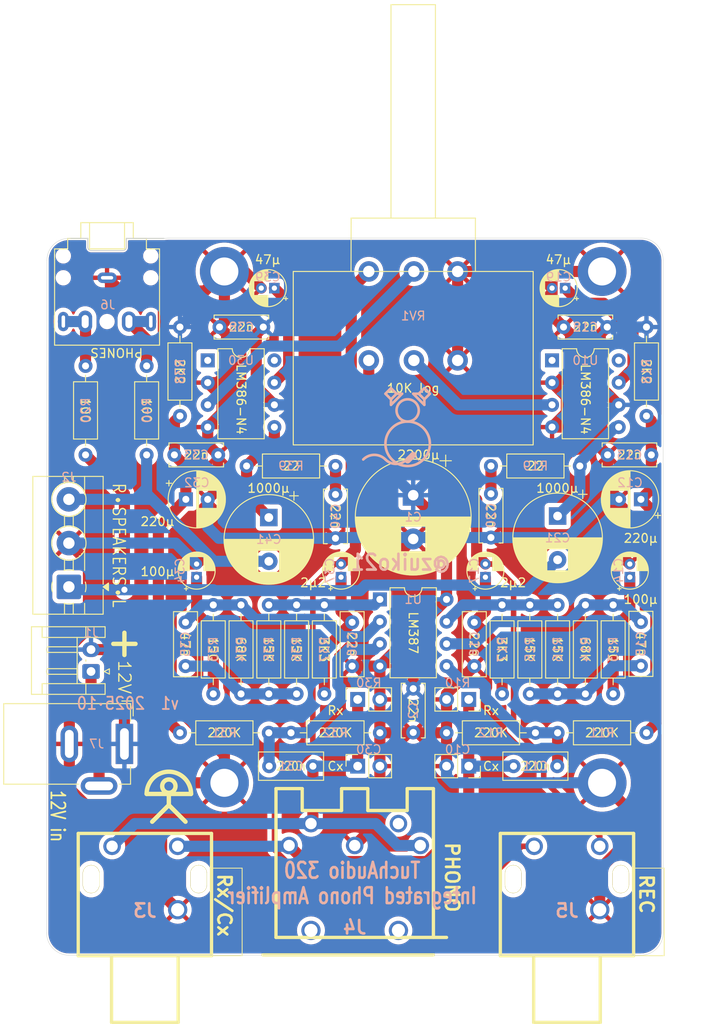
<source format=kicad_pcb>
(kicad_pcb (version 20240108) (generator "pcbnew") (generator_version "8.0")
  (layers (0 "F.Cu" signal) (31 "B.Cu" signal) (34 "B.Paste" user) (35 "F.Paste" user) (36 "B.SilkS" user "B.Silkscreen") (37 "F.SilkS" user "F.Silkscreen") (38 "B.Mask" user) (39 "F.Mask" user) (44 "Edge.Cuts" user))
  (net 0 "")
  (net 1 "GND")
  (net 2 "+12V")
  (net 3 "/IN")
  (net 4 "/NI")
  (net 5 "/PF")
  (net 6 "/DC")
  (net 7 "/FB")
  (net 8 "/II")
  (net 9 "/LP")
  (net 10 "/PRE")
  (net 11 "/BY")
  (net 12 "/ZN")
  (net 13 "/OUT")
  (net 14 "/LS")
  (net 15 "/IN'")
  (net 16 "/NI'")
  (net 17 "/PF'")
  (net 18 "/DC'")
  (net 19 "/II'")
  (net 20 "/FB'")
  (net 21 "/LP'")
  (net 22 "/PRE'")
  (net 23 "/BY'")
  (net 24 "/ZN'")
  (net 25 "/LS'")
  (net 26 "/OUT'")
  (net 28 "/HP'")
  (net 29 "/HP")
  (net 30 "/OA")
  (net 31 "/OA'")
  (net 32 "/VOL'")
  (net 33 "/VOL")
  (net 38 "/SW")
  (footprint "Capacitor_THT:C_Rect_L7.2mm_W3.0mm_P5.00mm_FKS2_FKP2_MKS2_MKP2" (layer "F.Cu") (at 138.39 120.015 180)
    (property "Reference" "C31")
    (property "Value" "220n")
  )
  (footprint "durango:DIN 5-180deg" (layer "F.Cu") (at 152.17 139.58 180)
    (property "Reference" "J4")
    (property "Value" "PHONO")
  )
  (footprint "Capacitor_THT:C_Rect_L7.2mm_W2.5mm_P5.00mm_FKS2_FKP2_MKS2_MKP2" (layer "F.Cu") (at 142.875 108.585 90)
    (property "Reference" "C36")
    (property "Value" "22n")
  )
  (footprint "Connector_PinSocket_2.54mm:PinSocket_1x02_P2.54mm_Vertical" (layer "F.Cu") (at 156.21 112.395 -90)
    (property "Reference" "R10")
    (property "Value" "Rx")
  )
  (footprint "Resistor_THT:R_Axial_DIN0207_L6.3mm_D2.5mm_P10.16mm_Horizontal" (layer "F.Cu") (at 123.19 80.01 90)
    (property "Reference" "R38")
    (property "Value" "2K2")
  )
  (footprint "Resistor_THT:R_Axial_DIN0207_L6.3mm_D2.5mm_P10.16mm_Horizontal" (layer "F.Cu") (at 119.38 84.455 90)
    (property "Reference" "R40")
    (property "Value" "100")
  )
  (footprint "Resistor_THT:R_Axial_DIN0207_L6.3mm_D2.5mm_P10.16mm_Horizontal" (layer "F.Cu") (at 133.35 111.76 90)
    (property "Reference" "R35")
    (property "Value" "15K")
  )
  (footprint "Capacitor_THT:CP_Radial_D6.3mm_P2.50mm" (layer "F.Cu") (at 175.895 89.535 180)
    (property "Reference" "C12")
    (property "Value" "220µ")
  )
  (footprint "Capacitor_THT:C_Disc_D6.0mm_W2.5mm_P5.00mm" (layer "F.Cu") (at 158.75 88.9 -90)
    (property "Reference" "C20")
    (property "Value" "22n")
  )
  (footprint "Capacitor_THT:CP_Radial_D4.0mm_P1.50mm" (layer "F.Cu") (at 167.235 65.405 180)
    (property "Reference" "C19")
    (property "Value" "47µ")
  )
  (footprint "Capacitor_THT:C_Disc_D6.0mm_W2.5mm_P5.00mm" (layer "F.Cu") (at 167.045 69.85)
    (property "Reference" "C18")
    (property "Value" "22n")
  )
  (footprint "Resistor_THT:R_Axial_DIN0207_L6.3mm_D2.5mm_P10.16mm_Horizontal" (layer "F.Cu") (at 166.37 111.76 90)
    (property "Reference" "R16")
    (property "Value" "15K")
  )
  (footprint "Resistor_THT:R_Axial_DIN0207_L6.3mm_D2.5mm_P10.16mm_Horizontal" (layer "F.Cu") (at 169.545 101.6 -90)
    (property "Reference" "R14")
    (property "Value" "68K")
  )
  (footprint "Capacitor_THT:CP_Radial_D10.0mm_P5.00mm" (layer "F.Cu") (at 166.37 91.44 -90)
    (property "Reference" "C21")
    (property "Value" "1000µ")
  )
  (footprint "Capacitor_THT:C_Disc_D6.0mm_W2.5mm_P5.00mm" (layer "F.Cu") (at 172.085 84.455)
    (property "Reference" "C13")
    (property "Value" "22n")
  )
  (footprint "Capacitor_THT:CP_Radial_D13.0mm_P5.00mm" (layer "F.Cu") (at 149.86 89.06 -90)
    (property "Reference" "C1")
    (property "Value" "2200µ")
  )
  (footprint "Resistor_THT:R_Axial_DIN0207_L6.3mm_D2.5mm_P10.16mm_Horizontal" (layer "F.Cu") (at 127 101.6 -90)
    (property "Reference" "R33")
    (property "Value" "150")
  )
  (footprint "Resistor_THT:R_Axial_DIN0207_L6.3mm_D2.5mm_P10.16mm_Horizontal" (layer "F.Cu") (at 163.83 116.205 180)
    (property "Reference" "R12")
    (property "Value" "220K")
  )
  (footprint "Package_DIP:DIP-8_W7.62mm" (layer "F.Cu") (at 146.05 100.965)
    (property "Reference" "U1")
    (property "Value" "LM387")
  )
  (footprint "Capacitor_THT:CP_Radial_D4.0mm_P1.50mm" (layer "F.Cu") (at 174.625 98.425 90)
    (property "Reference" "C14")
    (property "Value" "100µ")
  )
  (footprint "Resistor_THT:R_Axial_DIN0207_L6.3mm_D2.5mm_P10.16mm_Horizontal" (layer "F.Cu") (at 168.91 85.725 180)
    (property "Reference" "R19")
    (property "Value" "22")
  )
  (footprint "durango:2xRCA_vertical" (layer "F.Cu") (at 162.36 141.67)
    (property "Reference" "J5")
    (property "Value" "REC")
  )
  (footprint "Capacitor_THT:CP_Radial_D4.0mm_P1.50mm" (layer "F.Cu") (at 125.095 98.425 90)
    (property "Reference" "C34")
    (property "Value" "100µ")
  )
  (footprint "Capacitor_THT:CP_Radial_D10.0mm_P5.00mm" (layer "F.Cu") (at 133.35 91.612323 -90)
    (property "Reference" "C41")
    (property "Value" "1000µ")
  )
  (footprint "Connector_Audio:Jack_3.5mm_CUI_SJ1-3525N_Horizontal" (layer "F.Cu") (at 114.855 64.222 180)
    (property "Reference" "J6")
    (property "Value" "PHONES")
    (fp_line (start 2.2 4.5) (end 4.15 4.5) (stroke (width 0.12)) (layer "Edge.Cuts"))
    (fp_line (start 2.2 3.5) (end 2.2 4.5) (stroke (width 0.12)) (layer "Edge.Cuts"))
    (fp_line (start 1.8 3.1) (end -1.8 3.1) (stroke (width 0.12)) (layer "Edge.Cuts"))
    (fp_line (start -2.2 4.5) (end -6.5 4.5) (stroke (width 0.12)) (layer "Edge.Cuts"))
    (fp_line (start -2.2 3.5) (end -2.2 4.5) (stroke (width 0.12)) (layer "Edge.Cuts"))
    (fp_arc (start 1.8 3.1) (mid 2.082843 3.217157) (end 2.2 3.5) (stroke (width 0.12)) (layer "Edge.Cuts"))
    (fp_arc (start -2.2 3.5) (mid -2.082842 3.217158) (end -1.8 3.1) (stroke (width 0.12)) (layer "Edge.Cuts"))
  )
  (footprint "Resistor_THT:R_Axial_DIN0207_L6.3mm_D2.5mm_P10.16mm_Horizontal" (layer "F.Cu") (at 176.53 116.205 180)
    (property "Reference" "R11")
    (property "Value" "220K")
  )
  (footprint "Capacitor_THT:CP_Radial_D6.3mm_P2.50mm" (layer "F.Cu") (at 123.865 89.535)
    (property "Reference" "C32")
    (property "Value" "220µ")
  )
  (footprint "Connector_PinSocket_2.54mm:PinSocket_1x02_P2.54mm_Vertical" (layer "F.Cu") (at 156.21 120.015 -90)
    (property "Reference" "C10")
    (property "Value" "Cx")
  )
  (footprint "Resistor_THT:R_Axial_DIN0207_L6.3mm_D2.5mm_P10.16mm_Horizontal" (layer "F.Cu") (at 172.72 101.6 -90)
    (property "Reference" "R13")
    (property "Value" "150")
  )
  (footprint "durango:2xRCA_vertical" (layer "F.Cu") (at 114.1 141.67)
    (property "Reference" "J3")
    (property "Value" "Rx/Cx")
  )
  (footprint "Resistor_THT:R_Axial_DIN0207_L6.3mm_D2.5mm_P10.16mm_Horizontal" (layer "F.Cu") (at 163.195 111.76 90)
    (property "Reference" "R15")
    (property "Value" "15K")
  )
  (footprint "Resistor_THT:R_Axial_DIN0207_L6.3mm_D2.5mm_P10.16mm_Horizontal" (layer "F.Cu") (at 139.7 101.6 -90)
    (property "Reference" "R37")
    (property "Value" "3K3")
  )
  (footprint "TerminalBlock:TerminalBlock_MaiXu_MX126-5.0-03P_1x03_P5.00mm" (layer "F.Cu") (at 110.49 99.535 90)
    (property "Reference" "J2")
    (property "Value" "R•SPEAKERS•L")
  )
  (footprint "Resistor_THT:R_Axial_DIN0207_L6.3mm_D2.5mm_P10.16mm_Horizontal" (layer "F.Cu") (at 130.175 101.6 -90)
    (property "Reference" "R34")
    (property "Value" "68K")
  )
  (footprint "Capacitor_THT:C_Disc_D6.0mm_W2.5mm_P5.00mm" (layer "F.Cu") (at 149.86 116.165 90)
    (property "Reference" "C2")
    (property "Value" "22n")
  )
  (footprint "Resistor_THT:R_Axial_DIN0207_L6.3mm_D2.5mm_P10.16mm_Horizontal" (layer "F.Cu") (at 130.81 85.725)
    (property "Reference" "R39")
    (property "Value" "22")
  )
  (footprint "Capacitor_THT:C_Disc_D6.0mm_W2.5mm_P5.00mm" (layer "F.Cu") (at 127.555 84.455 180)
    (property "Reference" "C33")
    (property "Value" "22n")
  )
  (footprint "MountingHole:MountingHole_3.2mm_M3_DIN965_Pad" (layer "F.Cu") (at 128.27 63.5)
    (property "Reference" "H1" (hide yes))
    (property "Value" "MountingHole_Pad" (hide yes))
  )
  (footprint "Resistor_THT:R_Axial_DIN0207_L6.3mm_D2.5mm_P10.16mm_Horizontal" (layer "F.Cu") (at 112.395 84.455 90)
    (property "Reference" "R20")
    (property "Value" "100")
  )
  (footprint "Resistor_THT:R_Axial_DIN0207_L6.3mm_D2.5mm_P10.16mm_Horizontal" (layer "F.Cu") (at 123.19 116.205)
    (property "Reference" "R31")
    (property "Value" "220K")
  )
  (footprint "Capacitor_THT:C_Disc_D6.0mm_W2.5mm_P5.00mm" (layer "F.Cu") (at 140.97 88.98 -90)
    (property "Reference" "C40")
    (property "Value" "22n")
  )
  (footprint "Resistor_THT:R_Axial_DIN0207_L6.3mm_D2.5mm_P10.16mm_Horizontal" (layer "F.Cu") (at 160.02 101.6 -90)
    (property "Reference" "R17")
    (property "Value" "3K3")
  )
  (footprint "Capacitor_THT:C_Rect_L7.2mm_W2.5mm_P5.00mm_FKS2_FKP2_MKS2_MKP2" (layer "F.Cu") (at 123.825 103.585 -90)
    (property "Reference" "C35")
    (property "Value" "47n")
  )
  (footprint "Capacitor_THT:C_Disc_D6.0mm_W2.5mm_P5.00mm" (layer "F.Cu") (at 127.715 69.85)
    (property "Reference" "C38")
    (property "Value" "22n")
  )
  (footprint "Resistor_THT:R_Axial_DIN0207_L6.3mm_D2.5mm_P10.16mm_Horizontal" (layer "F.Cu") (at 136.525 111.76 90)
    (property "Reference" "R36")
    (property "Value" "15K")
  )
  (footprint "Capacitor_THT:C_Rect_L7.2mm_W2.5mm_P5.00mm_FKS2_FKP2_MKS2_MKP2" (layer "F.Cu") (at 175.895 103.545 -90)
    (property "Reference" "C15")
    (property "Value" "47n")
  )
  (footprint "MountingHole:MountingHole_3.2mm_M3_DIN965_Pad" (layer "F.Cu") (at 171.45 121.92)
    (property "Reference" "H4" (hide yes))
    (property "Value" "MountingHole_Pad" (hide yes))
  )
  (footprint "Package_DIP:DIP-8_W7.62mm" (layer "F.Cu") (at 126.365 73.66)
    (property "Reference" "U30")
    (property "Value" "LM386-N4")
  )
  (footprint "Capacitor_THT:CP_Radial_D4.0mm_P1.50mm" (layer "F.Cu") (at 133.985 65.405 180)
    (property "Reference" "C39")
    (property "Value" "47µ")
  )
  (footprint "Resistor_THT:R_Axial_DIN0207_L6.3mm_D2.5mm_P10.16mm_Horizontal" (layer "F.Cu") (at 135.89 116.205)
    (property "Reference" "R32")
    (property "Value" "220K")
  )
  (footprint "Connector_PinSocket_2.54mm:PinSocket_1x02_P2.54mm_Vertical" (layer "F.Cu") (at 143.51 120.015 90)
    (property "Reference" "C30")
    (property "Value" "Cx")
  )
  (footprint "MountingHole:MountingHole_3.2mm_M3_DIN965_Pad" (layer "F.Cu") (at 128.27 121.92)
    (property "Reference" "H3" (hide yes))
    (property "Value" "MountingHole_Pad" (hide yes))
  )
  (footprint "Package_DIP:DIP-8_W7.62mm" (layer "F.Cu") (at 165.735 73.66)
    (property "Reference" "U10")
    (property "Value" "LM386-N4")
  )
  (footprint "Connector_PinSocket_2.54mm:PinSocket_1x02_P2.54mm_Vertical" (layer "F.Cu") (at 143.51 112.395 90)
    (property "Reference" "R30")
    (property "Value" "Rx")
  )
  (footprint "Capacitor_THT:C_Rect_L7.2mm_W3.0mm_P5.00mm_FKS2_FKP2_MKS2_MKP2" (layer "F.Cu") (at 161.33 120.015)
    (property "Reference" "C11")
    (property "Value" "220n")
  )
  (footprint "Capacitor_THT:C_Rect_L7.2mm_W2.5mm_P5.00mm_FKS2_FKP2_MKS2_MKP2" (layer "F.Cu") (at 156.845 108.585 90)
    (property "Reference" "C16")
    (property "Value" "22n")
  )
  (footprint "Capacitor_THT:CP_Radial_D4.0mm_P1.50mm" (layer "F.Cu") (at 141.605 98.425 90)
    (property "Reference" "C37")
    (property "Value" "2µ2")
  )
  (footprint "Connector_JST:JST_EH_S2B-EH_1x02_P2.50mm_Horizontal" (layer "F.Cu") (at 113.0225 109.2 90)
    (property "Reference" "J1")
    (property "Value" "12V")
  )
  (footprint "MountingHole:MountingHole_3.2mm_M3_DIN965_Pad" (layer "F.Cu") (at 171.45 63.5)
    (property "Reference" "H2" (hide yes))
    (property "Value" "MountingHole_Pad" (hide yes))
  )
  (footprint "Connector_BarrelJack:BarrelJack_GCT_DCJ200-10-A_Horizontal" (layer "F.Cu") (at 116.84 117.475 -90)
    (property "Reference" "J7")
    (property "Value" "12V in")
  )
  (footprint "Capacitor_THT:CP_Radial_D4.0mm_P1.50mm" (layer "F.Cu") (at 158.115 98.425 90)
    (property "Reference" "C17")
    (property "Value" "2µ2")
  )
  (footprint "Resistor_THT:R_Axial_DIN0207_L6.3mm_D2.5mm_P10.16mm_Horizontal" (layer "F.Cu") (at 176.53 80.01 90)
    (property "Reference" "R18")
    (property "Value" "2K2")
  )
  (footprint "durango:Potentiometer_Alps_225G_Dual_Horizontal" (layer "F.Cu") (at 154.94 68.58 90)
    (property "Reference" "RV1")
    (property "Value" "10K log")
  )
  (gr_arc (start 144.145 84.981051) (mid 145.415 84.455) (end 146.685 84.981051) (stroke (width 0.3)) (layer "B.SilkS"))
  (gr_line (start 151.13 78.105) (end 151.765 77.47) (stroke (width 0.3)) (layer "B.SilkS"))
  (gr_line (start 147.955 77.47) (end 147.32 78.105) (stroke (width 0.3)) (layer "B.SilkS"))
  (gr_line (start 146.685 77.47) (end 147.32 76.835) (stroke (width 0.3)) (layer "B.SilkS"))
  (gr_line (start 148.59 77.47) (end 147.955 77.47) (stroke (width 0.3)) (layer "B.SilkS"))
  (gr_line (start 149.86 84.455) (end 150.495 85.09) (stroke (width 0.1)) (layer "B.SilkS"))
  (gr_line (start 150.495 78.105) (end 151.13 78.74) (stroke (width 0.3)) (layer "B.SilkS"))
  (gr_line (start 151.13 76.835) (end 150.495 77.47) (stroke (width 0.3)) (layer "B.SilkS"))
  (gr_line (start 151.765 77.47) (end 151.13 76.835) (stroke (width 0.3)) (layer "B.SilkS"))
  (gr_line (start 149.86 77.47) (end 150.495 78.105) (stroke (width 0.3)) (layer "B.SilkS"))
  (gr_circle (center 149.225 83.185) (end 151.765 83.185) (stroke (width 0.3)) (fill none) (layer "B.SilkS"))
  (gr_line (start 147.32 78.105) (end 146.685 77.47) (stroke (width 0.3)) (layer "B.SilkS"))
  (gr_line (start 150.495 77.47) (end 149.86 77.47) (stroke (width 0.3)) (layer "B.SilkS"))
  (gr_arc (start 149.171746 84.925356) (mid 147.940261 85.484643) (end 146.685 84.981051) (stroke (width 0.3)) (layer "B.SilkS"))
  (gr_line (start 150.495 77.47) (end 151.13 78.105) (stroke (width 0.3)) (layer "B.SilkS"))
  (gr_line (start 149.225 85.09) (end 149.86 84.455) (stroke (width 0.7) (type dash_dot_dot)) (layer "B.SilkS"))
  (gr_line (start 151.13 78.74) (end 151.13 78.105) (stroke (width 0.3)) (layer "B.SilkS"))
  (gr_line (start 147.32 76.835) (end 147.955 77.47) (stroke (width 0.3)) (layer "B.SilkS"))
  (gr_line (start 147.32 78.74) (end 148.59 77.47) (stroke (width 0.3)) (layer "B.SilkS"))
  (gr_circle (center 149.225 79.375) (end 150.495 79.375) (stroke (width 0.3)) (fill none) (layer "B.SilkS"))
  (gr_line (start 147.32 78.105) (end 147.32 78.74) (stroke (width 0.3)) (layer "B.SilkS"))
  (gr_arc (start 119.38 123.19) (mid 121.92 120.65) (end 124.46 123.19) (stroke (width 0.5)) (layer "F.SilkS"))
  (gr_line (start 121.92 124.46) (end 120.015 126.365) (stroke (width 0.5)) (layer "F.SilkS"))
  (gr_line (start 121.92 123.19) (end 121.92 124.46) (stroke (width 0.5)) (layer "F.SilkS"))
  (gr_line (start 116.84 104.775) (end 116.84 107.315) (stroke (width 0.5)) (layer "F.SilkS"))
  (gr_line (start 115.57 106.045) (end 118.11 106.045) (stroke (width 0.5)) (layer "F.SilkS"))
  (gr_circle (center 121.92 122.301) (end 122.682 122.301) (stroke (width 0.5)) (fill none) (layer "F.SilkS"))
  (gr_line (start 119.38 123.19) (end 124.46 123.19) (stroke (width 0.5)) (layer "F.SilkS"))
  (gr_line (start 121.92 124.46) (end 123.825 126.365) (stroke (width 0.5)) (layer "F.SilkS"))
  (gr_arc (start 175.895 59.69) (mid 177.691051 60.433949) (end 178.435 62.23) (stroke (width 0.05)) (layer "Edge.Cuts"))
  (gr_line (start 107.981956 62.23) (end 107.95 139.065) (stroke (width 0.05)) (layer "Edge.Cuts"))
  (gr_line (start 110.49 141.605) (end 175.895 141.605) (stroke (width 0.05)) (layer "Edge.Cuts"))
  (gr_line (start 175.895 59.69) (end 121.92 59.69) (stroke (width 0.05)) (layer "Edge.Cuts"))
  (gr_line (start 110.505 59.722001) (end 110.705 59.722) (stroke (width 0.05)) (layer "Edge.Cuts"))
  (gr_line (start 178.435 139.065) (end 178.435 62.23) (stroke (width 0.05)) (layer "Edge.Cuts"))
  (gr_arc (start 107.981956 62.23) (mid 108.721856 60.45125) (end 110.505 59.722001) (stroke (width 0.05)) (layer "Edge.Cuts"))
  (gr_arc (start 110.49 141.605) (mid 108.693949 140.861051) (end 107.95 139.065) (stroke (width 0.05)) (layer "Edge.Cuts"))
  (gr_arc (start 178.435 139.065) (mid 177.691051 140.861051) (end 175.895 141.605) (stroke (width 0.05)) (layer "Edge.Cuts"))
  (gr_line (start 121.92 59.69) (end 121.355 59.722) (stroke (width 0.05)) (layer "Edge.Cuts"))
  (gr_text "@zuiko21" (at 154.305 97.79 0) (layer "B.SilkS") (effects (font (size 1.8 1.6) (thickness 0.3) (bold yes)) (justify left bottom mirror)))
  (gr_text "TuchAudio 320\nIntegrated Phono Amplifier" (at 142.875 135.89 0) (layer "B.SilkS") (effects (font (size 1.8 1.4) (thickness 0.3) (bold yes)) (justify bottom mirror)))
  (gr_text "v1  2025·10" (at 123.19 113.665 0) (layer "B.SilkS") (effects (font (size 1.4 1.2) (thickness 0.2) (bold yes)) (justify left bottom mirror)))
  (segment (start 163.83 63.5) (end 165.735 65.405) (width 1.27) (layer "F.Cu") (net 1))
  (segment (start 109.7175 110.9875) (end 110.49 111.76) (width 1.27) (layer "F.Cu") (net 1))
  (segment (start 110.54 122.570082) (end 110.54 117.475) (width 1.27) (layer "F.Cu") (net 1))
  (segment (start 122.19 112.665) (end 128.27 118.745) (width 1.27) (layer "F.Cu") (net 1))
  (segment (start 126.365 83.265) (end 127.555 84.455) (width 1.27) (layer "F.Cu") (net 1))
  (segment (start 112.725 104.271106) (end 109.7175 107.278606) (width 1.27) (layer "F.Cu") (net 1))
  (segment (start 113.105121 125.135203) (end 110.54 122.570082) (width 1.27) (layer "F.Cu") (net 1))
  (segment (start 171.45 121.92) (end 174.249999 124.719999) (width 1.27) (layer "F.Cu") (net 1))
  (segment (start 128.514999 75.181371) (end 127.49637 76.2) (width 1.27) (layer "F.Cu") (net 1))
  (segment (start 128.27 118.745) (end 128.27 121.92) (width 1.27) (layer "F.Cu") (net 1))
  (segment (start 172.085 88.225) (end 173.395 89.535) (width 1.27) (layer "F.Cu") (net 1))
  (segment (start 173.395 89.535) (end 173.395 95.695) (width 1.27) (layer "F.Cu") (net 1))
  (segment (start 153.67 112.395) (end 153.67 120.015) (width 1.27) (layer "F.Cu") (net 1))
  (segment (start 146.05 120.015) (end 146.05 126.2) (width 1.27) (layer "F.Cu") (net 1))
  (segment (start 126.365 76.2) (end 128 77.835) (width 1.27) (layer "F.Cu") (net 1))
  (segment (start 165.735 81.28) (end 168.91 81.28) (width 1.27) (layer "F.Cu") (net 1))
  (segment (start 110.54 113.08) (end 110.54 117.475) (width 1.27) (layer "F.Cu") (net 1))
  (segment (start 130.58 63.5) (end 132.485 65.405) (width 1.27) (layer "F.Cu") (net 1))
  (segment (start 167.844999 74.725001) (end 166.37 76.2) (width 1.27) (layer "F.Cu") (net 1))
  (segment (start 167.37 77.835) (end 167.37 79.645) (width 1.27) (layer "F.Cu") (net 1))
  (segment (start 121.095 134.585) (end 122.93 136.42) (width 1.27) (layer "F.Cu") (net 1))
  (segment (start 121.29 65.742) (end 121.285 65.737) (width 1.27) (layer "F.Cu") (net 1))
  (segment (start 126.033 65.737) (end 121.285 65.737) (width 1.27) (layer "F.Cu") (net 1))
  (segment (start 165.735 64.035) (end 166.27 63.5) (width 1.27) (layer "F.Cu") (net 1))
  (segment (start 148.39 95.53) (end 149.86 94.06) (width 1.27) (layer "F.Cu") (net 1))
  (segment (start 126.365 89.535) (end 126.365 95.655) (width 1.27) (layer "F.Cu") (net 1))
  (segment (start 121.095 125.135203) (end 121.095 134.585) (width 1.27) (layer "F.Cu") (net 1))
  (segment (start 166.27 63.5) (end 171.45 63.5) (width 1.27) (layer "F.Cu") (net 1))
  (segment (start 146.05 108.585) (end 148.39 106.245) (width 1.27) (layer "F.Cu") (net 1))
  (segment (start 126.365 95.655) (end 125.095 96.925) (width 1.27) (layer "F.Cu") (net 1))
  (segment (start 167.045 69.85) (end 167.844999 70.649999) (width 1.27) (layer "F.Cu") (net 1))
  (segment (start 128 79.645) (end 126.365 81.28) (width 1.27) (layer "F.Cu") (net 1))
  (segment (start 124.310203 121.92) (end 121.095 125.135203) (width 1.27) (layer "F.Cu") (net 1))
  (segment (start 156.845 108.585) (end 153.67 111.76) (width 1.27) (layer "F.Cu") (net 1))
  (segment (start 146.05 108.585) (end 142.875 108.585) (width 1.27) (layer "F.Cu") (net 1))
  (segment (start 128.27 121.92) (end 124.310203 121.92) (width 1.27) (layer "F.Cu") (net 1))
  (segment (start 116.37 65.737) (end 114.855 64.222) (width 1.27) (layer "F.Cu") (net 1))
  (segment (start 110.49 111.76) (end 110.49 113.03) (width 1.27) (layer "F.Cu") (net 1))
  (segment (start 171.19 131.765082) (end 171.19 136.42) (width 1.27) (layer "F.Cu") (net 1))
  (segment (start 127.715 69.85) (end 128.514999 70.649999) (width 1.27) (layer "F.Cu") (net 1))
  (segment (start 172.085 84.455) (end 172.085 88.225) (width 1.27) (layer "F.Cu") (net 1))
  (segment (start 128.27 63.5) (end 126.033 65.737) (width 1.27) (layer "F.Cu") (net 1))
  (segment (start 110.49 94.535) (end 112.725 96.77) (width 1.27) (layer "F.Cu") (net 1))
  (segment (start 125.095 96.925) (end 123.725 96.925) (width 1.27) (layer "F.Cu") (net 1))
  (segment (start 146.05 116.205) (end 153.67 116.205) (width 1.27) (layer "F.Cu") (net 1))
  (segment (start 154.94 73.66) (end 154.94 63.5) (width 1.27) (layer "F.Cu") (net 1))
  (segment (start 165.735 65.405) (end 165.735 68.54) (width 1.27) (layer "F.Cu") (net 1))
  (segment (start 166.37 76.2) (end 165.735 76.2) (width 1.27) (layer "F.Cu") (net 1))
  (segment (start 174.249999 124.719999) (end 174.249999 128.705083) (width 1.27) (layer "F.Cu") (net 1))
  (segment (start 168.91 81.28) (end 172.085 84.455) (width 1.27) (layer "F.Cu") (net 1))
  (segment (start 128 77.835) (end 128 79.645) (width 1.27) (layer "F.Cu") (net 1))
  (segment (start 128.27 69.295) (end 127.715 69.85) (width 1.27) (layer "F.Cu") (net 1))
  (segment (start 146.05 126.2) (end 143.17 129.08) (width 1.27) (layer "F.Cu") (net 1))
  (segment (start 121.29 70.316396) (end 121.29 65.742) (width 1.27) (layer "F.Cu") (net 1))
  (segment (start 173.395 95.695) (end 174.625 96.925) (width 1.27) (layer "F.Cu") (net 1))
  (segment (start 165.735 76.2) (end 167.37 77.835) (width 1.27) (layer "F.Cu") (net 1))
  (segment (start 167.37 79.645) (end 165.735 81.28) (width 1.27) (layer "F.Cu") (net 1))
  (segment (start 122.19 98.46) (end 122.19 112.665) (width 1.27) (layer "F.Cu") (net 1))
  (segment (start 112.725 96.77) (end 112.725 104.271106) (width 1.27) (layer "F.Cu") (net 1))
  (segment (start 174.249999 128.705083) (end 171.19 131.765082) (width 1.27) (layer "F.Cu") (net 1))
  (segment (start 146.05 120.015) (end 146.05 108.585) (width 1.27) (layer "F.Cu") (net 1))
  (segment (start 127.555 84.455) (end 127.555 88.345) (width 1.27) (layer "F.Cu") (net 1))
  (segment (start 165.735 65.405) (end 165.735 64.035) (width 1.27) (layer "F.Cu") (net 1))
  (segment (start 165.735 68.54) (end 167.045 69.85) (width 1.27) (layer "F.Cu") (net 1))
  (segment (start 128.27 63.5) (end 128.27 69.295) (width 1.27) (layer "F.Cu") (net 1))
  (segment (start 123.725 96.925) (end 122.19 98.46) (width 1.27) (layer "F.Cu") (net 1))
  (segment (start 167.844999 70.649999) (end 167.844999 74.725001) (width 1.27) (layer "F.Cu") (net 1))
  (segment (start 128.27 63.5) (end 130.58 63.5) (width 1.27) (layer "F.Cu") (net 1))
  (segment (start 109.7175 107.278606) (end 109.7175 110.9875) (width 1.27) (layer "F.Cu") (net 1))
  (segment (start 148.39 106.245) (end 148.39 95.53) (width 1.27) (layer "F.Cu") (net 1))
  (segment (start 127.555 88.345) (end 126.365 89.535) (width 1.27) (layer "F.Cu") (net 1))
  (segment (start 121.095 125.135203) (end 113.105121 125.135203) (width 1.27) (layer "F.Cu") (net 1))
  (segment (start 127.49637 76.2) (end 126.365 76.2) (width 1.27) (layer "F.Cu") (net 1))
  (segment (start 154.94 63.5) (end 163.83 63.5) (width 1.27) (layer "F.Cu") (net 1))
  (segment (start 153.67 111.76) (end 153.67 112.395) (width 1.27) (layer "F.Cu") (net 1))
  (segment (start 128.514999 70.649999) (end 128.514999 75.181371) (width 1.27) (layer "F.Cu") (net 1))
  (segment (start 121.285 65.737) (end 116.37 65.737) (width 1.27) (layer "F.Cu") (net 1))
  (segment (start 110.49 113.03) (end 110.54 113.08) (width 1.27) (layer "F.Cu") (net 1))
  (segment (start 126.365 81.28) (end 126.365 83.265) (width 1.27) (layer "F.Cu") (net 1))
  (segment (start 127.635 93.98) (end 140.97 93.98) (width 1.27) (layer "B.Cu") (net 1))
  (segment (start 126.365 92.71) (end 127.635 93.98) (width 1.27) (layer "B.Cu") (net 1))
  (segment (start 141.05 93.9) (end 140.97 93.98) (width 1.27) (layer "B.Cu") (net 1))
  (segment (start 153.67 121.217081) (end 154.372919 121.92) (width 1.27) (layer "B.Cu") (net 1))
  (segment (start 122.705 94.535) (end 125.095 96.925) (width 1.27) (layer "B.Cu") (net 1))
  (segment (start 126.365 89.535) (end 126.365 92.71) (width 1.27) (layer "B.Cu") (net 1))
  (segment (start 110.49 94.535) (end 122.705 94.535) (width 1.27) (layer "B.Cu") (net 1))
  (segment (start 158.75 93.9) (end 141.05 93.9) (width 1.27) (layer "B.Cu") (net 1))
  (segment (start 171.945 89.535) (end 173.395 89.535) (width 1.27) (layer "B.Cu") (net 1))
  (segment (start 153.67 120.015) (end 153.67 121.217081) (width 1.27) (layer "B.Cu") (net 1))
  (segment (start 154.372919 121.92) (end 171.45 121.92) (width 1.27) (layer "B.Cu") (net 1))
  (segment (start 167.58 93.9) (end 171.945 89.535) (width 1.27) (layer "B.Cu") (net 1))
  (segment (start 158.75 93.9) (end 167.58 93.9) (width 1.27) (layer "B.Cu") (net 1))
  (segment (start 115.2925 106.7) (end 116.84 108.2475) (width 1.27) (layer "F.Cu") (net 2))
  (segment (start 131.915001 76.670001) (end 133.985 78.74) (width 1.27) (layer "F.Cu") (net 2))
  (segment (start 172.045 69.85) (end 171.245001 70.649999) (width 1.27) (layer "F.Cu") (net 2))
  (segment (start 153.67 92.87) (end 149.86 89.06) (width 1.27) (layer "F.Cu") (net 2))
  (segment (start 131.915001 70.649999) (end 131.915001 76.670001) (width 1.27) (layer "F.Cu") (net 2))
  (segment (start 149.86 111.165) (end 149.86 104.775) (width 1.27) (layer "F.Cu") (net 2))
  (segment (start 153.67 100.965) (end 153.67 92.87) (width 1.27) (layer "F.Cu") (net 2))
  (segment (start 132.715 69.85) (end 131.915001 70.649999) (width 1.27) (layer "F.Cu") (net 2))
  (segment (start 149.86 104.775) (end 153.67 100.965) (width 1.27) (layer "F.Cu") (net 2))
  (segment (start 171.245001 76.630001) (end 173.355 78.74) (width 1.27) (layer "F.Cu") (net 2))
  (segment (start 116.84 108.2475) (end 116.84 117.475) (width 1.27) (layer "F.Cu") (net 2))
  (segment (start 171.245001 70.649999) (end 171.245001 76.630001) (width 1.27) (layer "F.Cu") (net 2))
  (segment (start 113.0225 106.7) (end 115.2925 106.7) (width 1.27) (layer "F.Cu") (net 2))
  (segment (start 172.045 69.85) (end 176.53 69.85) (width 1.27) (layer "B.Cu") (net 2))
  (segment (start 149.86 89.06) (end 139.54 78.74) (width 1.27) (layer "B.Cu") (net 2))
  (segment (start 132.715 69.85) (end 131.08 68.215) (width 1.27) (layer "B.Cu") (net 2))
  (segment (start 139.54 78.74) (end 133.985 78.74) (width 1.27) (layer "B.Cu") (net 2))
  (segment (start 168.005 84.09) (end 154.83 84.09) (width 1.27) (layer "B.Cu") (net 2))
  (segment (start 124.825 68.215) (end 123.19 69.85) (width 1.27) (layer "B.Cu") (net 2))
  (segment (start 154.83 84.09) (end 149.86 89.06) (width 1.27) (layer "B.Cu") (net 2))
  (segment (start 173.355 78.74) (end 168.005 84.09) (width 1.27) (layer "B.Cu") (net 2))
  (segment (start 131.08 68.215) (end 124.825 68.215) (width 1.27) (layer "B.Cu") (net 2))
  (segment (start 151.430082 130.915) (end 137.505 130.915) (width 1.27) (layer "F.Cu") (net 3))
  (segment (start 156.21 126.135082) (end 151.430082 130.915) (width 1.27) (layer "F.Cu") (net 3))
  (segment (start 137.505 130.915) (end 135.67 129.08) (width 1.27) (layer "F.Cu") (net 3))
  (segment (start 156.21 120.015) (end 156.21 126.135082) (width 1.27) (layer "F.Cu") (net 3))
  (segment (start 156.21 120.015) (end 156.21 112.395) (width 1.27) (layer "F.Cu") (net 3))
  (segment (start 156.21 120.015) (end 161.33 120.015) (width 1.27) (layer "B.Cu") (net 3))
  (segment (start 135.58 129.17) (end 135.67 129.08) (width 1.27) (layer "B.Cu") (net 3))
  (segment (start 122.93 129.17) (end 135.58 129.17) (width 1.27) (layer "B.Cu") (net 3))
  (segment (start 166.37 116.205) (end 166.37 119.975) (width 1.27) (layer "F.Cu") (net 4))
  (segment (start 166.37 119.975) (end 166.33 120.015) (width 1.27) (layer "F.Cu") (net 4))
  (segment (start 163.83 116.205) (end 166.37 116.205) (width 1.27) (layer "B.Cu") (net 4))
  (segment (start 158.115 112.16724) (end 158.115 110.93) (width 1.27) (layer "B.Cu") (net 4))
  (segment (start 155.575 110.49) (end 153.67 108.585) (width 1.27) (layer "B.Cu") (net 4))
  (segment (start 158.115 110.93) (end 157.675 110.49) (width 1.27) (layer "B.Cu") (net 4))
  (segment (start 162.15276 116.205) (end 158.115 112.16724) (width 1.27) (layer "B.Cu") (net 4))
  (segment (start 163.83 116.205) (end 162.15276 116.205) (width 1.27) (layer "B.Cu") (net 4))
  (segment (start 157.675 110.49) (end 155.575 110.49) (width 1.27) (layer "B.Cu") (net 4))
  (segment (start 177.085 80.565) (end 176.53 80.01) (width 1.27) (layer "F.Cu") (net 5))
  (segment (start 176.53 116.205) (end 177.6 115.135) (width 1.27) (layer "F.Cu") (net 5))
  (segment (start 177.6 115.135) (end 177.6 91.24) (width 1.27) (layer "F.Cu") (net 5))
  (segment (start 177.085 84.455) (end 177.085 80.565) (width 1.27) (layer "F.Cu") (net 5))
  (segment (start 177.6 91.24) (end 175.895 89.535) (width 1.27) (layer "F.Cu") (net 5))
  (segment (start 177.085 88.345) (end 175.895 89.535) (width 1.27) (layer "F.Cu") (net 5))
  (segment (start 177.085 84.455) (end 177.085 88.345) (width 1.27) (layer "F.Cu") (net 5))
  (segment (start 172.72 104.40776) (end 172.72 111.76) (width 1.27) (layer "F.Cu") (net 6))
  (segment (start 174.625 102.50276) (end 172.72 104.40776) (width 1.27) (layer "F.Cu") (net 6))
  (segment (start 174.625 98.425) (end 174.625 102.50276) (width 1.27) (layer "F.Cu") (net 6))
  (segment (start 175.895 108.545) (end 172.76 108.545) (width 1.27) (layer "B.Cu") (net 7))
  (segment (start 172.76 108.545) (end 169.545 111.76) (width 1.27) (layer "B.Cu") (net 7))
  (segment (start 169.545 111.76) (end 163.195 111.76) (width 1.27) (layer "B.Cu") (net 7))
  (segment (start 169.545 101.6) (end 167.64 103.505) (width 1.27) (layer "B.Cu") (net 8))
  (segment (start 159.385 103.505) (end 156.845 106.045) (width 1.27) (layer "B.Cu") (net 8))
  (segment (start 172.72 101.6) (end 173.95 101.6) (width 1.27) (layer "B.Cu") (net 8))
  (segment (start 167.64 103.505) (end 159.385 103.505) (width 1.27) (layer "B.Cu") (net 8))
  (segment (start 156.845 106.045) (end 153.67 106.045) (width 1.27) (layer "B.Cu") (net 8))
  (segment (start 172.72 101.6) (end 169.545 101.6) (width 1.27) (layer "B.Cu") (net 8))
  (segment (start 173.95 101.6) (end 175.895 103.545) (width 1.27) (layer "B.Cu") (net 8))
  (segment (start 158.115 98.425) (end 158.115 102.315) (width 1.27) (layer "F.Cu") (net 9))
  (segment (start 156.845 103.585) (end 160.02 106.76) (width 1.27) (layer "F.Cu") (net 9))
  (segment (start 158.115 102.315) (end 156.845 103.585) (width 1.27) (layer "F.Cu") (net 9))
  (segment (start 160.02 106.76) (end 160.02 111.76) (width 1.27) (layer "F.Cu") (net 9))
  (segment (start 158.115 96.925) (end 157.115 95.925) (width 1.27) (layer "F.Cu") (net 10))
  (segment (start 154.75 87.25) (end 154.75 87.21224) (width 1.27) (layer "F.Cu") (net 10))
  (segment (start 158.115 96.925) (end 158.963528 96.925) (width 0.635) (layer "F.Cu") (net 10))
  (segment (start 154.75 87.21224) (end 153.09276 85.555) (width 1.27) (layer "F.Cu") (net 10))
  (segment (start 144.78 83.82) (end 144.78 73.66) (width 1.27) (layer "F.Cu") (net 10))
  (segment (start 153.09276 85.555) (end 146.515 85.555) (width 1.27) (layer "F.Cu") (net 10))
  (segment (start 164.781613 119.061613) (end 164.781613 121.603387) (width 0.635) (layer "F.Cu") (net 10))
  (segment (start 171.19 128.011773) (end 171.19 129.17) (width 0.635) (layer "F.Cu") (net 10))
  (segment (start 146.515 85.555) (end 144.78 83.82) (width 1.27) (layer "F.Cu") (net 10))
  (segment (start 164.781613 121.603387) (end 171.19 128.011773) (width 0.635) (layer "F.Cu") (net 10))
  (segment (start 161.3375 99.298972) (end 161.3375 115.6175) (width 0.635) (layer "F.Cu") (net 10))
  (segment (start 158.963528 96.925) (end 161.3375 99.298972) (width 0.635) (layer "F.Cu") (net 10))
  (segment (start 157.115 95.925) (end 157.115 89.57724) (width 1.27) (layer "F.Cu") (net 10))
  (segment (start 157.115 89.57724) (end 153.09276 85.555) (width 1.27) (layer "F.Cu") (net 10))
  (segment (start 161.3375 115.6175) (end 164.781613 119.061613) (width 0.635) (layer "F.Cu") (net 10))
  (segment (start 173.355 76.2) (end 174.99 74.565) (width 1.27) (layer "F.Cu") (net 11))
  (segment (start 174.99 70.48276) (end 171.64224 67.135) (width 1.27) (layer "F.Cu") (net 11))
  (segment (start 174.99 74.565) (end 174.99 70.48276) (width 1.27) (layer "F.Cu") (net 11))
  (segment (start 168.965 67.135) (end 167.235 65.405) (width 1.27) (layer "F.Cu") (net 11))
  (segment (start 171.64224 67.135) (end 168.965 67.135) (width 1.27) (layer "F.Cu") (net 11))
  (segment (start 158.75 88.9) (end 158.75 85.725) (width 1.27) (layer "F.Cu") (net 12))
  (segment (start 168.91 85.725) (end 168.91 88.9) (width 1.27) (layer "B.Cu") (net 13))
  (segment (start 172.94776 81.28) (end 168.91 85.31776) (width 1.27) (layer "B.Cu") (net 13))
  (segment (start 168.91 85.31776) (end 168.91 85.725) (width 1.27) (layer "B.Cu") (net 13))
  (segment (start 173.355 81.28) (end 172.94776 81.28) (width 1.27) (layer "B.Cu") (net 13))
  (segment (start 168.91 88.9) (end 166.37 91.44) (width 1.27) (layer "B.Cu") (net 13))
  (segment (start 112.395 84.455) (end 116.84 88.9) (width 1.27) (layer "F.Cu") (net 14))
  (segment (start 116.84 88.9) (end 116.84 99.86) (width 1.27) (layer "F.Cu") (net 14))
  (via (at 116.84 99.86) (size 1) (drill 0.7) (layers "F.Cu" "B.Cu") (net 14))
  (segment (start 157.115 99.965) (end 156.48 99.33) (width 1.27) (layer "B.Cu") (net 14))
  (segment (start 156.48 99.33) (end 144.415 99.33) (width 1.27) (layer "B.Cu") (net 14))
  (segment (start 110.815 99.86) (end 116.84 99.86) (width 1.27) (layer "B.Cu") (net 14))
  (segment (start 127 99.86) (end 116.84 99.86) (width 1.27) (layer "B.Cu") (net 14))
  (segment (start 110.49 99.535) (end 110.815 99.86) (width 1.27) (layer "B.Cu") (net 14))
  (segment (start 144.415 99.33) (end 143.78 99.965) (width 1.27) (layer "B.Cu") (net 14))
  (segment (start 166.37 96.44) (end 162.845 99.965) (width 1.27) (layer "B.Cu") (net 14))
  (segment (start 143.78 99.965) (end 127.105 99.965) (width 1.27) (layer "B.Cu") (net 14))
  (segment (start 127.105 99.965) (end 127 99.86) (width 1.27) (layer "B.Cu") (net 14))
  (segment (start 162.845 99.965) (end 157.115 99.965) (width 1.27) (layer "B.Cu") (net 14))
  (segment (start 138.39 126.36) (end 138.17 126.58) (width 1.27) (layer "F.Cu") (net 15))
  (segment (start 138.39 120.015) (end 138.39 126.36) (width 1.27) (layer "F.Cu") (net 15))
  (segment (start 143.51 120.015) (end 143.51 112.395) (width 1.27) (layer "F.Cu") (net 15))
  (segment (start 118.02 126.58) (end 138.17 126.58) (width 1.27) (layer "B.Cu") (net 15))
  (segment (start 138.17 126.58) (end 145.574918 126.58) (width 1.27) (layer "B.Cu") (net 15))
  (segment (start 148.074918 129.08) (end 150.67 129.08) (width 1.27) (layer "B.Cu") (net 15))
  (segment (start 145.574918 126.58) (end 148.074918 129.08) (width 1.27) (layer "B.Cu") (net 15))
  (segment (start 115.43 129.17) (end 118.02 126.58) (width 1.27) (layer "B.Cu") (net 15))
  (segment (start 138.39 120.015) (end 143.51 120.015) (width 1.27) (layer "B.Cu") (net 15))
  (segment (start 133.39 120.015) (end 133.39 116.245) (width 1.27) (layer "B.Cu") (net 16))
  (segment (start 141.605 111.125) (end 141.605 112.395) (width 1.27) (layer "B.Cu") (net 16))
  (segment (start 141.605 112.395) (end 137.795 116.205) (width 1.27) (layer "B.Cu") (net 16))
  (segment (start 141.24 107.90776) (end 141.24 110.76) (width 1.27) (layer "B.Cu") (net 16))
  (segment (start 142.45776 106.69) (end 141.24 107.90776) (width 1.27) (layer "B.Cu") (net 16))
  (segment (start 133.39 116.245) (end 133.35 116.205) (width 1.27) (layer "B.Cu") (net 16))
  (segment (start 145.405 106.69) (end 142.45776 106.69) (width 1.27) (layer "B.Cu") (net 16))
  (segment (start 133.35 116.205) (end 135.89 116.205) (width 1.27) (layer "B.Cu") (net 16))
  (segment (start 146.05 106.045) (end 145.405 106.69) (width 1.27) (layer "B.Cu") (net 16))
  (segment (start 141.24 110.76) (end 141.605 111.125) (width 1.27) (layer "B.Cu") (net 16))
  (segment (start 137.795 116.205) (end 135.89 116.205) (width 1.27) (layer "B.Cu") (net 16))
  (segment (start 123.865 85.765) (end 122.555 84.455) (width 1.27) (layer "F.Cu") (net 17))
  (segment (start 123.865 89.535) (end 120.72 92.68) (width 1.27) (layer "F.Cu") (net 17))
  (segment (start 120.72 113.735) (end 123.19 116.205) (width 1.27) (layer "F.Cu") (net 17))
  (segment (start 122.555 84.455) (end 122.555 80.645) (width 1.27) (layer "F.Cu") (net 17))
  (segment (start 123.865 89.535) (end 123.865 85.765) (width 1.27) (layer "F.Cu") (net 17))
  (segment (start 122.555 80.645) (end 123.19 80.01) (width 1.27) (layer "F.Cu") (net 17))
  (segment (start 120.72 92.68) (end 120.72 113.735) (width 1.27) (layer "F.Cu") (net 17))
  (segment (start 125.095 98.425) (end 125.095 102.54276) (width 1.27) (layer "F.Cu") (net 18))
  (segment (start 125.095 102.54276) (end 127 104.44776) (width 1.27) (layer "F.Cu") (net 18))
  (segment (start 127 104.44776) (end 127 111.76) (width 1.27) (layer "F.Cu") (net 18))
  (segment (start 130.175 101.6) (end 125.81 101.6) (width 1.27) (layer "B.Cu") (net 19))
  (segment (start 125.81 101.6) (end 123.825 103.585) (width 1.27) (layer "B.Cu") (net 19))
  (segment (start 139.7 103.235) (end 141.685 105.22) (width 1.27) (layer "B.Cu") (net 19))
  (segment (start 131.81 103.235) (end 139.7 103.235) (width 1.27) (layer "B.Cu") (net 19))
  (segment (start 144.335 105.22) (end 146.05 103.505) (width 1.27) (layer "B.Cu") (net 19))
  (segment (start 141.685 105.22) (end 144.335 105.22) (width 1.27) (layer "B.Cu") (net 19))
  (segment (start 130.175 101.6) (end 131.81 103.235) (width 1.27) (layer "B.Cu") (net 19))
  (segment (start 136.525 111.76) (end 130.175 111.76) (width 1.27) (layer "B.Cu") (net 20))
  (segment (start 127 108.585) (end 123.825 108.585) (width 1.27) (layer "B.Cu") (net 20))
  (segment (start 130.175 111.76) (end 127 108.585) (width 1.27) (layer "B.Cu") (net 20))
  (segment (start 142.875 103.585) (end 139.7 106.76) (width 1.27) (layer "F.Cu") (net 21))
  (segment (start 139.7 106.76) (end 139.7 111.76) (width 1.27) (layer "F.Cu") (net 21))
  (segment (start 141.605 98.425) (end 141.605 102.315) (width 1.27) (layer "F.Cu") (net 21))
  (segment (start 141.605 102.315) (end 142.875 103.585) (width 1.27) (layer "F.Cu") (net 21))
  (segment (start 143.25 95.28) (end 141.605 96.925) (width 1.27) (layer "F.Cu") (net 22))
  (segment (start 159.192215 132.25) (end 162.272215 129.17) (width 0.635) (layer "F.Cu") (net 22))
  (segment (start 141.605 96.925) (end 140.87 96.925) (width 0.635) (layer "F.Cu") (net 22))
  (segment (start 143.25 87.250001) (end 143.239255 87.239256) (width 1.27) (layer "F.Cu") (net 22))
  (segment (start 136.69393 132.25) (end 159.192215 132.25) (width 0.635) (layer "F.Cu") (net 22))
  (segment (start 162.272215 129.17) (end 163.69 129.17) (width 0.635) (layer "F.Cu") (net 22))
  (segment (start 134 122.526773) (end 134 129.55607) (width 0.635) (layer "F.Cu") (net 22))
  (segment (start 138.3825 118.144273) (end 134 122.526773) (width 0.635) (layer "F.Cu") (net 22))
  (segment (start 134 129.55607) (end 136.69393 132.25) (width 0.635) (layer "F.Cu") (net 22))
  (segment (start 144.78 63.5) (end 142.775 65.505) (width 1.27) (layer "F.Cu") (net 22))
  (segment (start 140.87 96.925) (end 138.3825 99.4125) (width 0.635) (layer "F.Cu") (net 22))
  (segment (start 142.775 65.505) (end 142.775 86.775001) (width 1.27) (layer "F.Cu") (net 22))
  (segment (start 143.25 91.5) (end 143.25 87.250001) (width 1.27) (layer "F.Cu") (net 22))
  (segment (start 142.775 86.775001) (end 143.239255 87.239256) (width 1.27) (layer "F.Cu") (net 22))
  (segment (start 143.25 91.5) (end 143.25 95.28) (width 1.27) (layer "F.Cu") (net 22))
  (segment (start 138.3825 99.4125) (end 138.3825 118.144273) (width 0.635) (layer "F.Cu") (net 22))
  (segment (start 135.62 74.565) (end 133.985 76.2) (width 1.27) (layer "F.Cu") (net 23))
  (segment (start 135.62 67.04) (end 135.62 74.565) (width 1.27) (layer "F.Cu") (net 23))
  (segment (start 133.985 65.405) (end 135.62 67.04) (width 1.27) (layer "F.Cu") (net 23))
  (segment (start 140.97 85.725) (end 140.97 88.98) (width 1.27) (layer "F.Cu") (net 24))
  (segment (start 110.49 89.535) (end 118.11 89.535) (width 1.27) (layer "B.Cu") (net 25))
  (segment (start 119.38 88.265) (end 118.11 89.535) (width 1.27) (layer "B.Cu") (net 25))
  (segment (start 120.015 89.535) (end 120.9675 90.4875) (width 1.27) (layer "B.Cu") (net 25))
  (segment (start 119.38 88.265) (end 119.38 88.9) (width 1.27) (layer "B.Cu") (net 25))
  (segment (start 119.38 88.9) (end 120.9675 90.4875) (width 1.27) (layer "B.Cu") (net 25))
  (segment (start 127.092323 96.612323) (end 133.35 96.612323) (width 1.27) (layer "B.Cu") (net 25))
  (segment (start 118.11 89.535) (end 120.015 89.535) (width 1.27) (layer "B.Cu") (net 25))
  (segment (start 120.9675 90.4875) (end 127.092323 96.612323) (width 1.27) (layer "B.Cu") (net 25))
  (segment (start 119.38 84.455) (end 119.38 88.265) (width 1.27) (layer "B.Cu") (net 25))
  (segment (start 133.985 82.55) (end 130.81 85.725) (width 1.27) (layer "F.Cu") (net 26))
  (segment (start 130.81 89.072323) (end 133.35 91.612323) (width 1.27) (layer "F.Cu") (net 26))
  (segment (start 130.81 85.725) (end 130.81 89.072323) (width 1.27) (layer "F.Cu") (net 26))
  (segment (start 133.985 81.28) (end 133.985 82.55) (width 1.27) (layer "F.Cu") (net 26))
  (segment (start 119.38 74.295) (end 119.38 71.247) (width 1.27) (layer "F.Cu") (net 28))
  (segment (start 119.38 71.247) (end 117.355 69.222) (width 1.27) (layer "F.Cu") (net 28))
  (segment (start 119.855 69.222) (end 117.355 69.222) (width 1.27) (layer "B.Cu") (net 28))
  (segment (start 112.395 74.295) (end 112.395 69.262) (width 1.27) (layer "F.Cu") (net 29))
  (segment (start 112.395 69.262) (end 112.355 69.222) (width 1.27) (layer "F.Cu") (net 29))
  (segment (start 112.355 69.222) (end 109.855 69.222) (width 1.27) (layer "B.Cu") (net 29))
  (segment (start 155.575 101.6) (end 153.67 103.505) (width 1.27) (layer "B.Cu") (net 30))
  (segment (start 166.37 101.6) (end 160.02 101.6) (width 1.27) (layer "B.Cu") (net 30))
  (segment (start 160.02 101.6) (end 155.575 101.6) (width 1.27) (layer "B.Cu") (net 30))
  (segment (start 145.415 101.6) (end 146.05 100.965) (width 1.27) (layer "B.Cu") (net 31))
  (segment (start 139.7 101.6) (end 145.415 101.6) (width 1.27) (layer "B.Cu") (net 31))
  (segment (start 139.7 101.6) (end 133.35 101.6) (width 1.27) (layer "B.Cu") (net 31))
  (segment (start 141.415 72.025) (end 133.08 72.025) (width 1.27) (layer "B.Cu") (net 32))
  (segment (start 133.08 72.025) (end 126.365 78.74) (width 1.27) (layer "B.Cu") (net 32))
  (segment (start 149.94 63.5) (end 141.415 72.025) (width 1.27) (layer "B.Cu") (net 32))
  (segment (start 155.02 78.74) (end 149.94 73.66) (width 1.27) (layer "B.Cu") (net 33))
  (segment (start 165.735 78.74) (end 155.02 78.74) (width 1.27) (layer "B.Cu") (net 33))
  (segment (start 113.94 122.275) (end 113.94 113.00885) (width 1.27) (layer "F.Cu") (net 38))
  (segment (start 113.0225 112.09135) (end 113.0225 109.2) (width 1.27) (layer "F.Cu") (net 38))
  (segment (start 113.94 113.00885) (end 113.0225 112.09135) (width 1.27) (layer "F.Cu") (net 38))
  (zone (net 1) (net_name "GND") (layer "F.Cu") (connect_pads (clearance 0.5)) (min_thickness 0.25) (fill yes (thermal_gap 0.5) (thermal_bridge_width 0.5))
    (polygon (pts (xy 106.68 58.42) (xy 180.34 58.42) (xy 180.34 144.78) (xy 106.68 144.78)))
  )
  (zone (net 2) (net_name "+12V") (layer "B.Cu") (priority 1) (connect_pads (clearance 0.5)) (min_thickness 0.25) (fill yes (thermal_gap 0.5) (thermal_bridge_width 0.5))
    (polygon (pts (xy 104.14 55.88) (xy 182.88 55.88) (xy 182.88 147.32) (xy 104.14 147.32)))
  )
)
</source>
